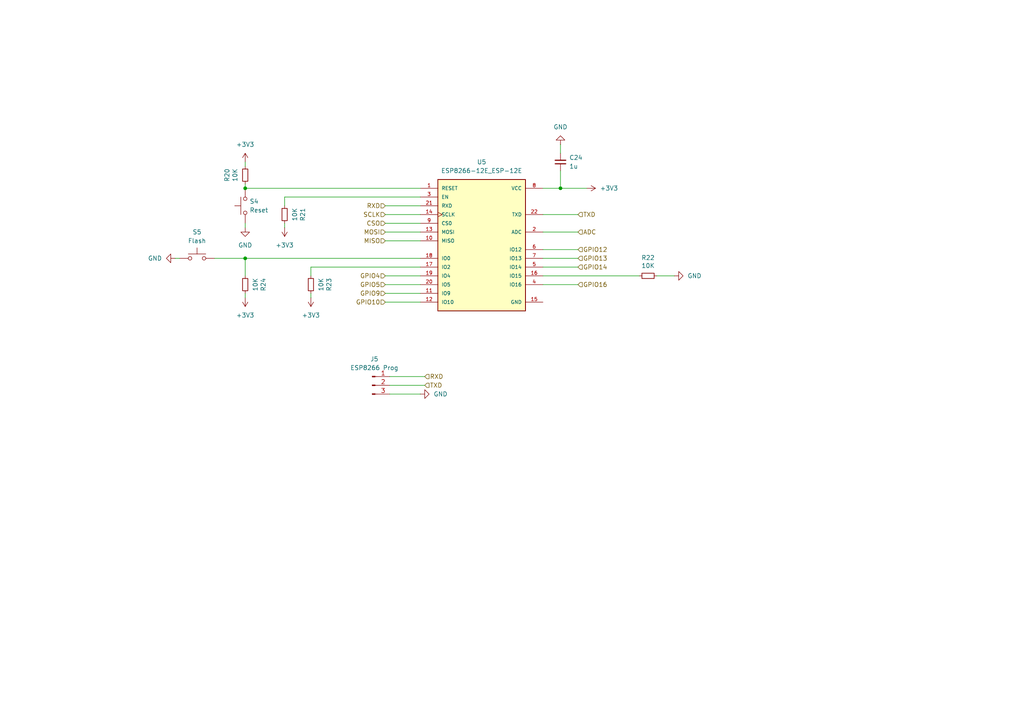
<source format=kicad_sch>
(kicad_sch (version 20250114) (generator "eeschema") (generator_version "9.0")
  (paper "A4")
  (title_block (title "Protea") (date "2025-04-02") (rev "1.01") (company "Mikhail Matveev") (comment 1 "https://github.com/xtremespb/frank"))
  (lib_symbols
    (symbol "Connector:Conn_01x03_Pin" (pin_names (offset 1.016) (hide yes))
      (property "Reference" "J" (at 0 5.08 0))
      (property "Value" "Conn_01x03_Pin" (at 0 -5.08 0))
      (symbol "Conn_01x03_Pin_1_1"
        (rectangle (start 0.8636 2.667) (end 0 2.413) (stroke (width 0.1524)) (fill (type outline)))
        (rectangle (start 0.8636 0.127) (end 0 -0.127) (stroke (width 0.1524)) (fill (type outline)))
        (rectangle (start 0.8636 -2.413) (end 0 -2.667) (stroke (width 0.1524)) (fill (type outline)))
        (polyline (pts (xy 1.27 2.54) (xy 0.8636 2.54)) (stroke (width 0.1524)))
        (polyline (pts (xy 1.27 0) (xy 0.8636 0)) (stroke (width 0.1524)))
        (polyline (pts (xy 1.27 -2.54) (xy 0.8636 -2.54)) (stroke (width 0.1524)))
        (pin passive line (at 5.08 2.54 180) (length 3.81) (name "Pin_1") (number "1"))
        (pin passive line (at 5.08 0 180) (length 3.81) (name "Pin_2") (number "2"))
        (pin passive line (at 5.08 -2.54 180) (length 3.81) (name "Pin_3") (number "3"))
      )
    )
    (symbol "Device:C_Small" (pin_numbers (hide yes)) (pin_names (offset 0.254) (hide yes))
      (property "Reference" "C" (at 0.254 1.778 0))
      (property "Value" "C_Small" (at 0.254 -2.032 0))
      (symbol "C_Small_0_1"
        (polyline (pts (xy -1.524 0.508) (xy 1.524 0.508)) (stroke (width 0.3048)))
        (polyline (pts (xy -1.524 -0.508) (xy 1.524 -0.508)) (stroke (width 0.3302)))
      )
      (symbol "C_Small_1_1"
        (pin passive line (at 0 2.54 270) (length 2.032) (name "~") (number "1"))
        (pin passive line (at 0 -2.54 90) (length 2.032) (name "~") (number "2"))
      )
    )
    (symbol "Device:R_Small" (pin_numbers (hide yes)) (pin_names (offset 0.254) (hide yes))
      (property "Reference" "R" (at 0.762 0.508 0))
      (property "Value" "R_Small" (at 0.762 -1.016 0))
      (symbol "R_Small_0_1"
        (rectangle (start -0.762 1.778) (end 0.762 -1.778) (stroke (width 0.2032)))
      )
      (symbol "R_Small_1_1"
        (pin passive line (at 0 2.54 270) (length 0.762) (name "~") (number "1"))
        (pin passive line (at 0 -2.54 90) (length 0.762) (name "~") (number "2"))
      )
    )
    (symbol "ESP8266-12E_ESP-12E:ESP8266-12E_ESP-12E" (pin_names (offset 1.016))
      (property "Reference" "U" (at -12.7161 18.3112 0))
      (property "Value" "ESP8266-12E_ESP-12E" (at -12.7084 -23.3835 0))
      (symbol "ESP8266-12E_ESP-12E_0_0"
        (rectangle (start -12.7 -20.32) (end 12.7 17.78) (stroke (width 0.254)) (fill (type background)))
        (pin input line (at -17.78 15.24 0) (length 5.08) (name "RESET") (number "1"))
        (pin input line (at -17.78 12.7 0) (length 5.08) (name "EN") (number "3"))
        (pin input line (at -17.78 10.16 0) (length 5.08) (name "RXD") (number "21"))
        (pin input clock (at -17.78 7.62 0) (length 5.08) (name "SCLK") (number "14"))
        (pin input line (at -17.78 5.08 0) (length 5.08) (name "CS0") (number "9"))
        (pin bidirectional line (at -17.78 2.54 0) (length 5.08) (name "MOSI") (number "13"))
        (pin bidirectional line (at -17.78 0 0) (length 5.08) (name "MISO") (number "10"))
        (pin bidirectional line (at -17.78 -5.08 0) (length 5.08) (name "IO0") (number "18"))
        (pin bidirectional line (at -17.78 -7.62 0) (length 5.08) (name "IO2") (number "17"))
        (pin bidirectional line (at -17.78 -10.16 0) (length 5.08) (name "IO4") (number "19"))
        (pin bidirectional line (at -17.78 -12.7 0) (length 5.08) (name "IO5") (number "20"))
        (pin bidirectional line (at -17.78 -15.24 0) (length 5.08) (name "IO9") (number "11"))
        (pin bidirectional line (at -17.78 -17.78 0) (length 5.08) (name "IO10") (number "12"))
        (pin power_in line (at 17.78 15.24 180) (length 5.08) (name "VCC") (number "8"))
        (pin output line (at 17.78 7.62 180) (length 5.08) (name "TXD") (number "22"))
        (pin passive line (at 17.78 2.54 180) (length 5.08) (name "ADC") (number "2"))
        (pin bidirectional line (at 17.78 -2.54 180) (length 5.08) (name "IO12") (number "6"))
        (pin bidirectional line (at 17.78 -5.08 180) (length 5.08) (name "IO13") (number "7"))
        (pin bidirectional line (at 17.78 -7.62 180) (length 5.08) (name "IO14") (number "5"))
        (pin bidirectional line (at 17.78 -10.16 180) (length 5.08) (name "IO15") (number "16"))
        (pin bidirectional line (at 17.78 -12.7 180) (length 5.08) (name "IO16") (number "4"))
        (pin power_in line (at 17.78 -17.78 180) (length 5.08) (name "GND") (number "15"))
      )
    )
    (symbol "Switch:SW_Push" (pin_numbers (hide yes)) (pin_names (offset 1.016) (hide yes))
      (property "Reference" "SW" (at 1.27 2.54 0))
      (property "Value" "SW_Push" (at 0 -1.524 0))
      (symbol "SW_Push_0_1"
        (circle (center -2.032 0) (radius 0.508))
        (polyline (pts (xy 0 1.27) (xy 0 3.048)))
        (circle (center 2.032 0) (radius 0.508))
        (polyline (pts (xy 2.54 1.27) (xy -2.54 1.27)))
        (pin passive line (at -5.08 0 0) (length 2.54) (name "1") (number "1"))
        (pin passive line (at 5.08 0 180) (length 2.54) (name "2") (number "2"))
      )
    )
    (symbol "power:+3V3" (power) (pin_numbers (hide yes)) (pin_names (offset 0) (hide yes))
      (property "Value" "+3V3" (at 0 3.556 0))
      (symbol "+3V3_0_1"
        (polyline (pts (xy -0.762 1.27) (xy 0 2.54)))
        (polyline (pts (xy 0 2.54) (xy 0.762 1.27)))
        (polyline (pts (xy 0 0) (xy 0 2.54)))
      )
      (symbol "+3V3_1_1"
        (pin power_in line (at 0 0 90) (length 0) (name "~") (number "1"))
      )
    )
    (symbol "power:GND" (power) (pin_numbers (hide yes)) (pin_names (offset 0) (hide yes))
      (property "Value" "GND" (at 0 -3.81 0))
      (symbol "GND_0_1"
        (polyline (pts (xy 0 0) (xy 0 -1.27) (xy 1.27 -1.27) (xy 0 -2.54) (xy -1.27 -1.27) (xy 0 -1.27)))
      )
      (symbol "GND_1_1"
        (pin power_in line (at 0 0 270) (length 0) (name "~") (number "1"))
      )
    )
  )
  (junction (at 162.56 54.61))
  (junction (at 71.12 74.93))
  (junction (at 71.12 54.61))
  (wire (pts (xy 190.5 80.01) (xy 195.58 80.01)))
  (wire (pts (xy 111.76 85.09) (xy 121.92 85.09)))
  (wire (pts (xy 113.03 111.76) (xy 123.19 111.76)))
  (wire (pts (xy 71.12 66.04) (xy 71.12 64.77)))
  (wire (pts (xy 71.12 74.93) (xy 121.92 74.93)))
  (wire (pts (xy 167.64 72.39) (xy 157.48 72.39)))
  (wire (pts (xy 167.64 77.47) (xy 157.48 77.47)))
  (wire (pts (xy 71.12 46.99) (xy 71.12 48.26)))
  (wire (pts (xy 111.76 69.85) (xy 121.92 69.85)))
  (wire (pts (xy 90.17 80.01) (xy 90.17 77.47)))
  (wire (pts (xy 121.92 82.55) (xy 111.76 82.55)))
  (wire (pts (xy 111.76 64.77) (xy 121.92 64.77)))
  (wire (pts (xy 157.48 54.61) (xy 162.56 54.61)))
  (wire (pts (xy 71.12 54.61) (xy 121.92 54.61)))
  (wire (pts (xy 121.92 80.01) (xy 111.76 80.01)))
  (wire (pts (xy 157.48 62.23) (xy 167.64 62.23)))
  (wire (pts (xy 71.12 53.34) (xy 71.12 54.61)))
  (wire (pts (xy 162.56 41.91) (xy 162.56 44.45)))
  (wire (pts (xy 111.76 62.23) (xy 121.92 62.23)))
  (wire (pts (xy 82.55 64.77) (xy 82.55 66.04)))
  (wire (pts (xy 90.17 85.09) (xy 90.17 86.36)))
  (wire (pts (xy 162.56 54.61) (xy 170.18 54.61)))
  (wire (pts (xy 71.12 74.93) (xy 71.12 80.01)))
  (wire (pts (xy 82.55 57.15) (xy 82.55 59.69)))
  (wire (pts (xy 113.03 114.3) (xy 121.92 114.3)))
  (wire (pts (xy 71.12 86.36) (xy 71.12 85.09)))
  (wire (pts (xy 167.64 67.31) (xy 157.48 67.31)))
  (wire (pts (xy 162.56 49.53) (xy 162.56 54.61)))
  (wire (pts (xy 111.76 87.63) (xy 121.92 87.63)))
  (wire (pts (xy 90.17 77.47) (xy 121.92 77.47)))
  (wire (pts (xy 50.8 74.93) (xy 52.07 74.93)))
  (wire (pts (xy 167.64 74.93) (xy 157.48 74.93)))
  (wire (pts (xy 121.92 57.15) (xy 82.55 57.15)))
  (wire (pts (xy 62.23 74.93) (xy 71.12 74.93)))
  (wire (pts (xy 111.76 67.31) (xy 121.92 67.31)))
  (wire (pts (xy 113.03 109.22) (xy 123.19 109.22)))
  (wire (pts (xy 157.48 80.01) (xy 185.42 80.01)))
  (wire (pts (xy 167.64 82.55) (xy 157.48 82.55)))
  (wire (pts (xy 121.92 59.69) (xy 111.76 59.69)))
  (hierarchical_label "SCLK" (shape input) (at 111.76 62.23 180))
  (hierarchical_label "TXD" (shape input) (at 167.64 62.23 0))
  (hierarchical_label "GPIO10" (shape input) (at 111.76 87.63 180))
  (hierarchical_label "RXD" (shape input) (at 123.19 109.22 0))
  (hierarchical_label "GPIO4" (shape input) (at 111.76 80.01 180))
  (hierarchical_label "RXD" (shape input) (at 111.76 59.69 180))
  (hierarchical_label "TXD" (shape input) (at 123.19 111.76 0))
  (hierarchical_label "ADC" (shape input) (at 167.64 67.31 0))
  (hierarchical_label "MOSI" (shape input) (at 111.76 67.31 180))
  (hierarchical_label "GPIO16" (shape input) (at 167.64 82.55 0))
  (hierarchical_label "GPIO13" (shape input) (at 167.64 74.93 0))
  (hierarchical_label "MISO" (shape input) (at 111.76 69.85 180))
  (hierarchical_label "GPIO9" (shape input) (at 111.76 85.09 180))
  (hierarchical_label "GPIO5" (shape input) (at 111.76 82.55 180))
  (hierarchical_label "GPIO12" (shape input) (at 167.64 72.39 0))
  (hierarchical_label "GPIO14" (shape input) (at 167.64 77.47 0))
  (hierarchical_label "CSO" (shape input) (at 111.76 64.77 180))
  (symbol (lib_id "power:+3V3") (at 82.55 66.04 180) (unit 1)
    (property "Reference" "#PWR047" (effects (hide yes)))
    (property "Value" "+3V3" (at 82.55 71.12 0))
    (property "Description" "Power symbol creates a global label with name \"+3V3\"" (effects (hide yes)))
  )
  (symbol (lib_id "Device:R_Small") (at 71.12 50.8 0) (unit 1)
    (property "Reference" "R20" (at 65.8622 50.8 90))
    (property "Value" "10K" (at 68.1736 50.8 90))
    (property "Footprint" "FRANK:Resistor (0805)" (effects (hide yes)))
    (property "Description" "Resistor, small symbol" (effects (hide yes)))
    (property "AliExpress" "https://www.aliexpress.com/item/1005005945735199.html" (effects (hide yes)))
  )
  (symbol (lib_id "Connector:Conn_01x03_Pin") (at 107.95 111.76 0) (unit 1)
    (property "Reference" "J5" (at 108.585 104.14 0))
    (property "Value" "ESP8266 Prog" (at 108.585 106.68 0))
    (property "Footprint" "FRANK:Pin Header (1x03)" (effects (hide yes)))
    (property "Description" "Generic connector, single row, 01x03, script generated" (effects (hide yes)))
  )
  (symbol (lib_id "Device:R_Small") (at 82.55 62.23 180) (unit 1)
    (property "Reference" "R21" (at 87.8078 62.23 90))
    (property "Value" "10K" (at 85.4964 62.23 90))
    (property "Footprint" "FRANK:Resistor (0805)" (effects (hide yes)))
    (property "Description" "Resistor, small symbol" (effects (hide yes)))
    (property "AliExpress" "https://www.aliexpress.com/item/1005005945735199.html" (effects (hide yes)))
  )
  (symbol (lib_id "power:+3V3") (at 71.12 86.36 180) (unit 1)
    (property "Reference" "#PWR050" (effects (hide yes)))
    (property "Value" "+3V3" (at 71.12 91.44 0))
    (property "Description" "Power symbol creates a global label with name \"+3V3\"" (effects (hide yes)))
  )
  (symbol (lib_id "Device:R_Small") (at 71.12 82.55 180) (unit 1)
    (property "Reference" "R24" (at 76.3778 82.55 90))
    (property "Value" "10K" (at 74.0664 82.55 90))
    (property "Footprint" "FRANK:Resistor (0805)" (effects (hide yes)))
    (property "Description" "Resistor, small symbol" (effects (hide yes)))
    (property "AliExpress" "https://www.aliexpress.com/item/1005005945735199.html" (effects (hide yes)))
  )
  (symbol (lib_id "power:GND") (at 71.12 66.04 0) (unit 1)
    (property "Reference" "#PWR046" (effects (hide yes)))
    (property "Value" "GND" (at 71.12 71.12 0))
    (property "Description" "Power symbol creates a global label with name \"GND\" , ground" (effects (hide yes)))
  )
  (symbol (lib_id "power:GND") (at 162.56 41.91 180) (unit 1)
    (property "Reference" "#PWR044" (effects (hide yes)))
    (property "Value" "GND" (at 162.56 36.83 0))
    (property "Description" "Power symbol creates a global label with name \"GND\" , ground" (effects (hide yes)))
  )
  (symbol (lib_id "Device:C_Small") (at 162.56 46.99 180) (unit 1)
    (property "Reference" "C24" (at 165.1 45.7135 0) (effects (justify right)))
    (property "Value" "1u" (at 165.1 48.2535 0) (effects (justify right)))
    (property "Footprint" "FRANK:Capacitor (0805)" (effects (hide yes)))
    (property "Datasheet" "https://eu.mouser.com/datasheet/2/447/KEM_C1075_X7R_HT_SMD-3316221.pdf" (effects (hide yes)))
    (property "Description" "Unpolarized capacitor, small symbol" (effects (hide yes)))
    (property "AliExpress" "https://www.aliexpress.com/item/33008008276.html" (effects (hide yes)))
  )
  (symbol (lib_id "power:GND") (at 195.58 80.01 90) (unit 1)
    (property "Reference" "#PWR048" (effects (hide yes)))
    (property "Value" "GND" (at 199.39 80.0099 90) (effects (justify right)))
    (property "Description" "Power symbol creates a global label with name \"GND\" , ground" (effects (hide yes)))
  )
  (symbol (lib_id "Switch:SW_Push") (at 71.12 59.69 90) (unit 1)
    (property "Reference" "S4" (at 72.39 58.4199 90) (effects (justify right)))
    (property "Value" "Reset" (at 72.39 60.9599 90) (effects (justify right)))
    (property "Footprint" "FRANK:Button (SMD, 3x3mm, 1-1)" (effects (hide yes)))
    (property "Datasheet" "https://parts4laptops.eu/en/microbuttons/3300-microbutton-tact-switch-ts-1233-33x33x15mm-smt-mounting.html" (effects (hide yes)))
    (property "AliExpress" "https://www.aliexpress.com/item/1005007359248990.html" (effects (hide yes)))
  )
  (symbol (lib_id "Switch:SW_Push") (at 57.15 74.93 0) (unit 1)
    (property "Reference" "S5" (at 57.15 67.31 0))
    (property "Value" "Flash" (at 57.15 69.85 0))
    (property "Footprint" "FRANK:Button (SMD, 3x3mm, 1-1)" (effects (hide yes)))
    (property "Datasheet" "https://parts4laptops.eu/en/microbuttons/3300-microbutton-tact-switch-ts-1233-33x33x15mm-smt-mounting.html" (effects (hide yes)))
    (property "AliExpress" "https://www.aliexpress.com/item/1005007359248990.html" (effects (hide yes)))
  )
  (symbol (lib_id "power:+3V3") (at 90.17 86.36 180) (unit 1)
    (property "Reference" "#PWR049" (effects (hide yes)))
    (property "Value" "+3V3" (at 90.17 91.44 0))
    (property "Description" "Power symbol creates a global label with name \"+3V3\"" (effects (hide yes)))
  )
  (symbol (lib_id "Device:R_Small") (at 90.17 82.55 180) (unit 1)
    (property "Reference" "R23" (at 95.4278 82.55 90))
    (property "Value" "10K" (at 93.1164 82.55 90))
    (property "Footprint" "FRANK:Resistor (0805)" (effects (hide yes)))
    (property "Description" "Resistor, small symbol" (effects (hide yes)))
    (property "AliExpress" "https://www.aliexpress.com/item/1005005945735199.html" (effects (hide yes)))
  )
  (symbol (lib_id "power:GND") (at 50.8 74.93 270) (unit 1)
    (property "Reference" "#PWR051" (effects (hide yes)))
    (property "Value" "GND" (at 46.99 74.9299 90) (effects (justify right)))
    (property "Description" "Power symbol creates a global label with name \"GND\" , ground" (effects (hide yes)))
  )
  (symbol (lib_id "power:+3V3") (at 170.18 54.61 270) (unit 1)
    (property "Reference" "#PWR043" (effects (hide yes)))
    (property "Value" "+3V3" (at 173.99 54.6099 90) (effects (justify left)))
    (property "Description" "Power symbol creates a global label with name \"+3V3\"" (effects (hide yes)))
  )
  (symbol (lib_id "Device:R_Small") (at 187.96 80.01 270) (unit 1)
    (property "Reference" "R22" (at 187.96 74.7522 90))
    (property "Value" "10K" (at 187.96 77.0636 90))
    (property "Footprint" "FRANK:Resistor (0805)" (effects (hide yes)))
    (property "Description" "Resistor, small symbol" (effects (hide yes)))
    (property "AliExpress" "https://www.aliexpress.com/item/1005005945735199.html" (effects (hide yes)))
  )
  (symbol (lib_id "ESP8266-12E_ESP-12E:ESP8266-12E_ESP-12E") (at 139.7 69.85 0) (unit 1)
    (property "Reference" "U5" (at 139.7 46.99 0))
    (property "Value" "ESP8266-12E_ESP-12E" (at 139.7 49.53 0))
    (property "Footprint" "FRANK:ESP8266 ESP-12E" (effects (hide yes)))
    (property "MF" "AI-Thinker" (effects (hide yes)))
    (property "Description_1" "This WiFi module has a 32-bit MCU micro and clock speeds supporting 80 MHz or 160 MHz. Supports the RTOS and integrated Wi-Fi MAC/BB/RF/PA/LNA, and has an on-board antenna." (effects (hide yes)))
    (property "Package" "None" (effects (hide yes)))
    (property "Price" "None" (effects (hide yes)))
    (property "Check_prices" "https://www.snapeda.com/parts/ESP8266-12E/ESP-12E/AI-Thinker/view-part/?ref=eda" (effects (hide yes)))
    (property "SnapEDA_Link" "https://www.snapeda.com/parts/ESP8266-12E/ESP-12E/AI-Thinker/view-part/?ref=snap" (effects (hide yes)))
    (property "MP" "ESP8266-12E/ESP-12E" (effects (hide yes)))
    (property "Availability" "Not in stock" (effects (hide yes)))
    (property "MANUFACTURER" "AI-Thinker" (effects (hide yes)))
  )
  (symbol (lib_id "power:+3V3") (at 71.12 46.99 0) (unit 1)
    (property "Reference" "#PWR045" (effects (hide yes)))
    (property "Value" "+3V3" (at 71.12 41.91 0))
    (property "Description" "Power symbol creates a global label with name \"+3V3\"" (effects (hide yes)))
  )
  (symbol (lib_id "power:GND") (at 121.92 114.3 90) (unit 1)
    (property "Reference" "#PWR052" (effects (hide yes)))
    (property "Value" "GND" (at 125.73 114.2999 90) (effects (justify right)))
    (property "Description" "Power symbol creates a global label with name \"GND\" , ground" (effects (hide yes)))
  )
)
</source>
